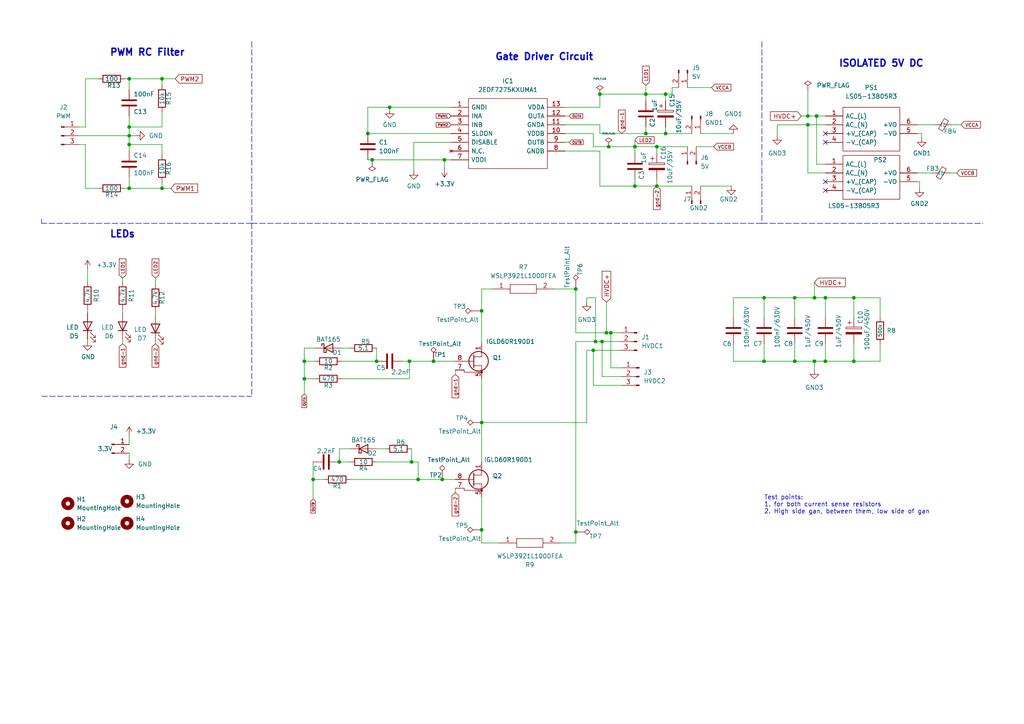
<source format=kicad_sch>
(kicad_sch (version 20211123) (generator eeschema)
  (paper "A4")
  (lib_symbols
    (symbol "2EDF7275KXUMA1:2EDF7275KXUMA1" (pin_names (offset 0.762))
      (property "Reference" "IC" (at 29.21 7.62 0))
      (property "Value" "2EDF7275KXUMA1" (at 29.21 5.08 0))
      (symbol "2EDF7275KXUMA1_0_0"
        (pin passive line (at 0 0 0) (length 5.08) (name "GNDI") (number "1"))
        (pin passive line (at 33.02 -7.62 180) (length 5.08) (name "VDDB") (number "10"))
        (pin passive line (at 33.02 -5.08 180) (length 5.08) (name "GNDA") (number "11"))
        (pin passive line (at 33.02 -2.54 180) (length 5.08) (name "OUTA") (number "12"))
        (pin passive line (at 33.02 0 180) (length 5.08) (name "VDDA") (number "13"))
        (pin passive line (at 0 -2.54 0) (length 5.08) (name "INA") (number "2"))
        (pin passive line (at 0 -5.08 0) (length 5.08) (name "INB") (number "3"))
        (pin passive line (at 0 -7.62 0) (length 5.08) (name "SLDON") (number "4"))
        (pin passive line (at 0 -10.16 0) (length 5.08) (name "DISABLE") (number "5"))
        (pin no_connect line (at 0 -12.7 0) (length 5.08) (name "N.C.") (number "6"))
        (pin passive line (at 0 -15.24 0) (length 5.08) (name "VDDI") (number "7"))
        (pin passive line (at 33.02 -12.7 180) (length 5.08) (name "GNDB") (number "8"))
        (pin passive line (at 33.02 -10.16 180) (length 5.08) (name "OUTB") (number "9"))
      )
      (symbol "2EDF7275KXUMA1_0_1"
        (polyline (pts (xy 5.08 2.54) (xy 27.94 2.54) (xy 27.94 -17.78) (xy 5.08 -17.78) (xy 5.08 2.54)) (stroke (width 0.1524)))
      )
    )
    (symbol "Connector:Conn_01x02_Male" (pin_names (offset 1.016) hide)
      (property "Reference" "J" (at 0 2.54 0))
      (property "Value" "Conn_01x02_Male" (at 0 -5.08 0))
      (symbol "Conn_01x02_Male_1_1"
        (polyline (pts (xy 1.27 -2.54) (xy 0.8636 -2.54)) (stroke (width 0.1524)))
        (polyline (pts (xy 1.27 0) (xy 0.8636 0)) (stroke (width 0.1524)))
        (rectangle (start 0.8636 -2.413) (end 0 -2.667) (stroke (width 0.1524)) (fill (type outline)))
        (rectangle (start 0.8636 0.127) (end 0 -0.127) (stroke (width 0.1524)) (fill (type outline)))
        (pin passive line (at 5.08 0 180) (length 3.81) (name "Pin_1") (number "1"))
        (pin passive line (at 5.08 -2.54 180) (length 3.81) (name "Pin_2") (number "2"))
      )
    )
    (symbol "Connector:Conn_01x03_Male" (pin_names (offset 1.016) hide)
      (property "Reference" "J" (at 0 5.08 0))
      (property "Value" "Conn_01x03_Male" (at 0 -5.08 0))
      (symbol "Conn_01x03_Male_1_1"
        (polyline (pts (xy 1.27 -2.54) (xy 0.8636 -2.54)) (stroke (width 0.1524)))
        (polyline (pts (xy 1.27 0) (xy 0.8636 0)) (stroke (width 0.1524)))
        (polyline (pts (xy 1.27 2.54) (xy 0.8636 2.54)) (stroke (width 0.1524)))
        (rectangle (start 0.8636 -2.413) (end 0 -2.667) (stroke (width 0.1524)) (fill (type outline)))
        (rectangle (start 0.8636 0.127) (end 0 -0.127) (stroke (width 0.1524)) (fill (type outline)))
        (rectangle (start 0.8636 2.667) (end 0 2.413) (stroke (width 0.1524)) (fill (type outline)))
        (pin passive line (at 5.08 2.54 180) (length 3.81) (name "Pin_1") (number "1"))
        (pin passive line (at 5.08 0 180) (length 3.81) (name "Pin_2") (number "2"))
        (pin passive line (at 5.08 -2.54 180) (length 3.81) (name "Pin_3") (number "3"))
      )
    )
    (symbol "Connector:TestPoint_Alt" (pin_numbers hide) (pin_names (offset 0.762) hide)
      (property "Reference" "TP" (at 0 6.858 0))
      (property "Value" "TestPoint_Alt" (at 0 5.08 0))
      (symbol "TestPoint_Alt_0_1"
        (polyline (pts (xy 0 2.54) (xy -0.762 3.302) (xy 0 4.064) (xy 0.762 3.302) (xy 0 2.54)))
      )
      (symbol "TestPoint_Alt_1_1"
        (pin passive line (at 0 0 90) (length 2.54) (name "1") (number "1"))
      )
    )
    (symbol "Device:C" (pin_numbers hide) (pin_names (offset 0.254))
      (property "Reference" "C" (at 0.635 2.54 0))
      (property "Value" "C" (at 0.635 -2.54 0))
      (symbol "C_0_1"
        (polyline (pts (xy -2.032 -0.762) (xy 2.032 -0.762)) (stroke (width 0.508)))
        (polyline (pts (xy -2.032 0.762) (xy 2.032 0.762)) (stroke (width 0.508)))
      )
      (symbol "C_1_1"
        (pin passive line (at 0 3.81 270) (length 2.794) (name "~") (number "1"))
        (pin passive line (at 0 -3.81 90) (length 2.794) (name "~") (number "2"))
      )
    )
    (symbol "Device:C_Polarized" (pin_numbers hide) (pin_names (offset 0.254))
      (property "Reference" "C" (at 0.635 2.54 0))
      (property "Value" "C_Polarized" (at 0.635 -2.54 0))
      (symbol "C_Polarized_0_1"
        (rectangle (start -2.286 0.508) (end 2.286 1.016))
        (polyline (pts (xy -1.778 2.286) (xy -0.762 2.286)))
        (polyline (pts (xy -1.27 2.794) (xy -1.27 1.778)))
        (rectangle (start 2.286 -0.508) (end -2.286 -1.016) (fill (type outline)))
      )
      (symbol "C_Polarized_1_1"
        (pin passive line (at 0 3.81 270) (length 2.794) (name "~") (number "1"))
        (pin passive line (at 0 -3.81 90) (length 2.794) (name "~") (number "2"))
      )
    )
    (symbol "Device:D_Schottky" (pin_numbers hide) (pin_names (offset 1.016) hide)
      (property "Reference" "D" (at 0 2.54 0))
      (property "Value" "D_Schottky" (at 0 -2.54 0))
      (symbol "D_Schottky_0_1"
        (polyline (pts (xy 1.27 0) (xy -1.27 0)))
        (polyline (pts (xy 1.27 1.27) (xy 1.27 -1.27) (xy -1.27 0) (xy 1.27 1.27)) (stroke (width 0.254)))
        (polyline (pts (xy -1.905 0.635) (xy -1.905 1.27) (xy -1.27 1.27) (xy -1.27 -1.27) (xy -0.635 -1.27) (xy -0.635 -0.635)) (stroke (width 0.254)))
      )
      (symbol "D_Schottky_1_1"
        (pin passive line (at -3.81 0 0) (length 2.54) (name "K") (number "1"))
        (pin passive line (at 3.81 0 180) (length 2.54) (name "A") (number "2"))
      )
    )
    (symbol "Device:FerriteBead_Small" (pin_numbers hide) (pin_names (offset 0))
      (property "Reference" "FB" (at 1.905 1.27 0))
      (property "Value" "FerriteBead_Small" (at 1.905 -1.27 0))
      (symbol "FerriteBead_Small_0_1"
        (polyline (pts (xy 0 -1.27) (xy 0 -0.7874)))
        (polyline (pts (xy 0 0.889) (xy 0 1.2954)))
        (polyline (pts (xy -1.8288 0.2794) (xy -1.1176 1.4986) (xy 1.8288 -0.2032) (xy 1.1176 -1.4224) (xy -1.8288 0.2794)))
      )
      (symbol "FerriteBead_Small_1_1"
        (pin passive line (at 0 2.54 270) (length 1.27) (name "~") (number "1"))
        (pin passive line (at 0 -2.54 90) (length 1.27) (name "~") (number "2"))
      )
    )
    (symbol "Device:LED" (pin_numbers hide) (pin_names (offset 1.016) hide)
      (property "Reference" "D" (at 0 2.54 0))
      (property "Value" "LED" (at 0 -2.54 0))
      (symbol "LED_0_1"
        (polyline (pts (xy -1.27 -1.27) (xy -1.27 1.27)) (stroke (width 0.254)))
        (polyline (pts (xy -1.27 0) (xy 1.27 0)))
        (polyline (pts (xy 1.27 -1.27) (xy 1.27 1.27) (xy -1.27 0) (xy 1.27 -1.27)) (stroke (width 0.254)))
        (polyline (pts (xy -3.048 -0.762) (xy -4.572 -2.286) (xy -3.81 -2.286) (xy -4.572 -2.286) (xy -4.572 -1.524)))
        (polyline (pts (xy -1.778 -0.762) (xy -3.302 -2.286) (xy -2.54 -2.286) (xy -3.302 -2.286) (xy -3.302 -1.524)))
      )
      (symbol "LED_1_1"
        (pin passive line (at -3.81 0 0) (length 2.54) (name "K") (number "1"))
        (pin passive line (at 3.81 0 180) (length 2.54) (name "A") (number "2"))
      )
    )
    (symbol "Device:R" (pin_numbers hide) (pin_names (offset 0))
      (property "Reference" "R" (at 2.032 0 90))
      (property "Value" "R" (at 0 0 90))
      (symbol "R_0_1"
        (rectangle (start -1.016 -2.54) (end 1.016 2.54) (stroke (width 0.254)))
      )
      (symbol "R_1_1"
        (pin passive line (at 0 3.81 270) (length 1.27) (name "~") (number "1"))
        (pin passive line (at 0 -3.81 90) (length 1.27) (name "~") (number "2"))
      )
    )
    (symbol "LS05-13B05R3_1" (pin_names (offset 0.762))
      (property "Reference" "PS" (at 24.13 7.62 0))
      (property "Value" "LS05-13B05R3_1" (at 24.13 5.08 0))
      (symbol "LS05-13B05R3_1_0_0"
        (pin passive line (at 0 0 0) (length 5.08) (name "AC_(L)") (number "1"))
        (pin passive line (at 0 -2.54 0) (length 5.08) (name "AC_(N)") (number "2"))
        (pin passive line (at 0 -5.08 0) (length 5.08) (name "+V_(CAP)") (number "3"))
        (pin passive line (at 0 -7.62 0) (length 5.08) (name "-V_(CAP)") (number "4"))
        (pin passive line (at 26.67 -5.08 180) (length 5.08) (name "-VO") (number "5"))
        (pin passive line (at 26.67 -2.54 180) (length 5.08) (name "+VO") (number "6"))
      )
      (symbol "LS05-13B05R3_1_0_1"
        (polyline (pts (xy 5.08 2.54) (xy 21.59 2.54) (xy 21.59 -10.16) (xy 5.08 -10.16) (xy 5.08 2.54)) (stroke (width 0.1524)))
      )
    )
    (symbol "Mechanical:MountingHole" (pin_names (offset 1.016))
      (property "Reference" "H" (at 0 5.08 0))
      (property "Value" "MountingHole" (at 0 3.175 0))
      (symbol "MountingHole_0_1"
        (circle (center 0 0) (radius 1.27) (stroke (width 1.27)))
      )
    )
    (symbol "Transistor_FET:IGLD60R190D1" (pin_names (offset 0) hide)
      (property "Reference" "Q" (at 5.08 1.905 0))
      (property "Value" "IGLD60R190D1" (at 5.08 0 0))
      (symbol "IGLD60R190D1_0_1"
        (polyline (pts (xy -2.54 0) (xy 0.254 0)))
        (polyline (pts (xy -2.54 -2.54) (xy -2.54 -3.175) (xy 2.54 -3.175)))
        (polyline (pts (xy 0.254 -1.27) (xy 2.54 -1.27) (xy 2.54 -2.54)))
        (polyline (pts (xy 0.254 1.905) (xy 0.254 -1.905) (xy 0.254 -1.905)) (stroke (width 0.254)))
        (polyline (pts (xy 2.54 2.54) (xy 2.54 1.27) (xy 0.254 1.27)))
        (circle (center 1.651 0) (radius 2.8194) (stroke (width 0.254)))
        (circle (center 2.54 -3.175) (radius 0.2794) (fill (type outline)))
      )
      (symbol "IGLD60R190D1_1_1"
        (pin passive line (at 2.54 5.08 270) (length 2.54) (name "D") (number "1"))
        (pin passive line (at 2.54 5.08 270) (length 2.54) hide (name "D") (number "2"))
        (pin passive line (at 2.54 5.08 270) (length 2.54) hide (name "D") (number "3"))
        (pin passive line (at 2.54 5.08 270) (length 2.54) hide (name "D") (number "4"))
        (pin passive line (at 2.54 -5.08 90) (length 2.54) (name "S") (number "5"))
        (pin passive line (at 2.54 -5.08 90) (length 2.54) hide (name "S") (number "6"))
        (pin passive line (at -5.08 -2.54 0) (length 2.54) (name "SS") (number "7"))
        (pin input line (at -5.08 0 0) (length 2.54) (name "G") (number "8"))
        (pin passive line (at 2.54 -5.08 90) (length 2.54) hide (name "S") (number "9"))
      )
    )
    (symbol "WSLP3921L1000FEA:WSLP3921L1000FEA" (pin_names (offset 0.762))
      (property "Reference" "R" (at 13.97 6.35 0))
      (property "Value" "WSLP3921L1000FEA" (at 13.97 3.81 0))
      (symbol "WSLP3921L1000FEA_0_0"
        (pin passive line (at 0 0 0) (length 5.08) (name "~") (number "1"))
        (pin passive line (at 17.78 0 180) (length 5.08) (name "~") (number "2"))
      )
      (symbol "WSLP3921L1000FEA_0_1"
        (polyline (pts (xy 5.08 1.27) (xy 12.7 1.27) (xy 12.7 -1.27) (xy 5.08 -1.27) (xy 5.08 1.27)) (stroke (width 0.1524)))
      )
    )
    (symbol "power:+3.3V" (power) (pin_names (offset 0))
      (property "Value" "+3.3V" (at 0 3.556 0))
      (symbol "+3.3V_0_1"
        (polyline (pts (xy -0.762 1.27) (xy 0 2.54)))
        (polyline (pts (xy 0 0) (xy 0 2.54)))
        (polyline (pts (xy 0 2.54) (xy 0.762 1.27)))
      )
      (symbol "+3.3V_1_1"
        (pin power_in line (at 0 0 90) (length 0) hide (name "+3.3V") (number "1"))
      )
    )
    (symbol "power:GND" (power) (pin_names (offset 0))
      (property "Value" "GND" (at 0 -3.81 0))
      (symbol "GND_0_1"
        (polyline (pts (xy 0 0) (xy 0 -1.27) (xy 1.27 -1.27) (xy 0 -2.54) (xy -1.27 -1.27) (xy 0 -1.27)))
      )
      (symbol "GND_1_1"
        (pin power_in line (at 0 0 270) (length 0) hide (name "GND") (number "1"))
      )
    )
    (symbol "power:GND1" (power) (pin_names (offset 0))
      (property "Value" "GND1" (at 0 -3.81 0))
      (symbol "GND1_0_1"
        (polyline (pts (xy 0 0) (xy 0 -1.27) (xy 1.27 -1.27) (xy 0 -2.54) (xy -1.27 -1.27) (xy 0 -1.27)))
      )
      (symbol "GND1_1_1"
        (pin power_in line (at 0 0 270) (length 0) hide (name "GND1") (number "1"))
      )
    )
    (symbol "power:GND2" (power) (pin_names (offset 0))
      (property "Value" "GND2" (at 0 -3.81 0))
      (symbol "GND2_0_1"
        (polyline (pts (xy 0 0) (xy 0 -1.27) (xy 1.27 -1.27) (xy 0 -2.54) (xy -1.27 -1.27) (xy 0 -1.27)))
      )
      (symbol "GND2_1_1"
        (pin power_in line (at 0 0 270) (length 0) hide (name "GND2") (number "1"))
      )
    )
    (symbol "power:GND3" (power) (pin_names (offset 0))
      (property "Value" "GND3" (at 0 -3.81 0))
      (symbol "GND3_0_1"
        (polyline (pts (xy 0 0) (xy 0 -1.27) (xy 1.27 -1.27) (xy 0 -2.54) (xy -1.27 -1.27) (xy 0 -1.27)))
      )
      (symbol "GND3_1_1"
        (pin power_in line (at 0 0 270) (length 0) hide (name "GND3") (number "1"))
      )
    )
    (symbol "power:PWR_FLAG" (power) (pin_numbers hide) (pin_names (offset 0) hide)
      (property "Value" "PWR_FLAG" (at 0 3.81 0))
      (symbol "PWR_FLAG_0_0"
        (pin power_out line (at 0 0 90) (length 0) (name "pwr") (number "1"))
      )
      (symbol "PWR_FLAG_0_1"
        (polyline (pts (xy 0 0) (xy 0 1.27) (xy -1.016 1.905) (xy 0 2.54) (xy 1.016 1.905) (xy 0 1.27)))
      )
    )
  )
  (junction (at 193.04 27.305))
  (junction (at 247.65 104.775))
  (junction (at 37.465 54.61))
  (junction (at 109.22 104.775))
  (junction (at 177.165 96.52))
  (junction (at 107.95 46.355))
  (junction (at 230.505 104.775))
  (junction (at 187.325 27.305))
  (junction (at 236.22 86.36))
  (junction (at 128.905 46.355))
  (junction (at 119.38 133.985))
  (junction (at 106.68 38.735))
  (junction (at 230.505 86.36))
  (junction (at 190.5 53.975))
  (junction (at 172.72 99.06))
  (junction (at 88.265 104.775))
  (junction (at 37.465 41.91))
  (junction (at 184.15 42.545))
  (junction (at 236.22 104.775))
  (junction (at 184.15 53.975))
  (junction (at 46.99 22.86))
  (junction (at 175.895 96.52))
  (junction (at 234.315 36.195))
  (junction (at 139.7 122.555))
  (junction (at 113.03 31.115))
  (junction (at 90.805 139.065))
  (junction (at 46.99 54.61))
  (junction (at 98.425 133.985))
  (junction (at 37.465 36.83))
  (junction (at 239.395 86.36))
  (junction (at 167.005 83.82))
  (junction (at 128.27 139.065))
  (junction (at 173.99 27.305))
  (junction (at 193.04 38.735))
  (junction (at 234.315 33.655))
  (junction (at 118.745 104.775))
  (junction (at 239.395 104.775))
  (junction (at 172.085 101.6))
  (junction (at 37.465 39.37))
  (junction (at 37.465 22.86))
  (junction (at 174.625 99.06))
  (junction (at 139.7 90.17))
  (junction (at 139.7 153.67))
  (junction (at 236.855 33.655))
  (junction (at 88.265 109.855))
  (junction (at 121.285 139.065))
  (junction (at 190.5 42.545))
  (junction (at 125.73 104.775))
  (junction (at 167.005 154.305))
  (junction (at 247.65 86.36))
  (junction (at 221.615 104.775))
  (junction (at 221.615 86.36))
  (junction (at 176.53 42.545))
  (junction (at 187.325 38.735))
  (no_connect (at 239.395 55.245))
  (no_connect (at 239.395 52.705))
  (no_connect (at 239.395 41.275))
  (no_connect (at 239.395 38.735))
  (wire (pts (xy 98.425 130.175) (xy 101.6 130.175)))
  (wire (pts (xy 24.765 54.61) (xy 24.765 41.91)))
  (wire (pts (xy 173.99 43.815) (xy 163.83 43.815)))
  (wire (pts (xy 172.085 101.6) (xy 179.705 101.6)))
  (polyline (pts (xy 12.065 114.935) (xy 73.025 114.935)))
  (wire (pts (xy 107.95 46.355) (xy 107.95 46.99)))
  (wire (pts (xy 45.085 90.17) (xy 45.085 91.44)))
  (wire (pts (xy 106.68 38.735) (xy 130.81 38.735)))
  (wire (pts (xy 193.04 36.83) (xy 193.04 38.735)))
  (wire (pts (xy 187.325 29.21) (xy 187.325 27.305)))
  (wire (pts (xy 190.5 42.545) (xy 199.39 42.545)))
  (wire (pts (xy 99.06 104.775) (xy 109.22 104.775)))
  (wire (pts (xy 139.7 109.855) (xy 139.7 122.555)))
  (wire (pts (xy 180.34 106.68) (xy 177.165 106.68)))
  (wire (pts (xy 113.03 31.75) (xy 113.03 31.115)))
  (wire (pts (xy 239.395 50.165) (xy 234.315 50.165)))
  (polyline (pts (xy 220.98 64.77) (xy 285.115 64.77)))
  (wire (pts (xy 236.22 104.775) (xy 236.22 107.315)))
  (wire (pts (xy 163.83 41.275) (xy 165.1 41.275)))
  (wire (pts (xy 239.395 86.36) (xy 236.22 86.36)))
  (wire (pts (xy 24.765 22.86) (xy 28.575 22.86)))
  (wire (pts (xy 266.065 36.195) (xy 271.145 36.195)))
  (wire (pts (xy 173.99 38.735) (xy 173.99 36.195)))
  (wire (pts (xy 132.08 142.875) (xy 132.08 141.605)))
  (wire (pts (xy 177.165 106.68) (xy 177.165 96.52)))
  (polyline (pts (xy 220.98 12.065) (xy 220.98 64.77)))
  (wire (pts (xy 212.725 92.075) (xy 212.725 86.36)))
  (wire (pts (xy 236.855 47.625) (xy 236.855 33.655)))
  (wire (pts (xy 175.895 87.63) (xy 175.895 96.52)))
  (wire (pts (xy 184.15 42.545) (xy 190.5 42.545)))
  (wire (pts (xy 221.615 86.36) (xy 221.615 92.075)))
  (wire (pts (xy 193.04 27.305) (xy 194.945 27.305)))
  (wire (pts (xy 120.015 41.275) (xy 120.015 49.53)))
  (wire (pts (xy 173.99 31.115) (xy 173.99 27.305)))
  (wire (pts (xy 128.27 139.065) (xy 132.08 139.065)))
  (wire (pts (xy 276.225 36.195) (xy 278.765 36.195)))
  (wire (pts (xy 175.895 96.52) (xy 177.165 96.52)))
  (wire (pts (xy 37.465 41.91) (xy 37.465 43.815)))
  (wire (pts (xy 172.085 38.735) (xy 163.83 38.735)))
  (wire (pts (xy 193.04 38.735) (xy 200.66 38.735)))
  (wire (pts (xy 163.83 33.655) (xy 165.1 33.655)))
  (wire (pts (xy 230.505 86.36) (xy 230.505 92.075)))
  (wire (pts (xy 187.325 24.765) (xy 187.325 27.305)))
  (wire (pts (xy 212.725 104.775) (xy 212.725 99.695)))
  (wire (pts (xy 106.68 31.115) (xy 113.03 31.115)))
  (wire (pts (xy 170.18 122.555) (xy 170.18 101.6)))
  (wire (pts (xy 173.99 43.815) (xy 173.99 53.975)))
  (wire (pts (xy 176.53 42.545) (xy 184.15 42.545)))
  (wire (pts (xy 221.615 104.775) (xy 212.725 104.775)))
  (wire (pts (xy 46.99 24.765) (xy 46.99 22.86)))
  (wire (pts (xy 24.765 36.83) (xy 24.765 22.86)))
  (wire (pts (xy 113.03 31.115) (xy 130.81 31.115)))
  (wire (pts (xy 234.315 33.655) (xy 236.855 33.655)))
  (wire (pts (xy 37.465 22.86) (xy 37.465 26.035)))
  (wire (pts (xy 109.22 133.985) (xy 119.38 133.985)))
  (wire (pts (xy 203.2 53.975) (xy 212.09 53.975)))
  (wire (pts (xy 247.65 99.695) (xy 247.65 104.775)))
  (wire (pts (xy 35.56 80.645) (xy 35.56 81.915)))
  (wire (pts (xy 172.085 42.545) (xy 176.53 42.545)))
  (wire (pts (xy 90.805 139.065) (xy 90.805 133.985)))
  (wire (pts (xy 121.285 139.065) (xy 128.27 139.065)))
  (wire (pts (xy 221.615 99.695) (xy 221.615 104.775)))
  (polyline (pts (xy 73.025 64.77) (xy 73.025 114.935)))
  (wire (pts (xy 173.99 38.735) (xy 187.325 38.735)))
  (wire (pts (xy 101.6 133.985) (xy 98.425 133.985)))
  (wire (pts (xy 172.085 111.76) (xy 172.085 101.6)))
  (wire (pts (xy 247.65 86.36) (xy 239.395 86.36)))
  (wire (pts (xy 255.27 86.36) (xy 247.65 86.36)))
  (wire (pts (xy 93.98 139.065) (xy 90.805 139.065)))
  (wire (pts (xy 234.315 36.195) (xy 239.395 36.195)))
  (wire (pts (xy 170.18 86.36) (xy 170.18 87.63)))
  (wire (pts (xy 116.84 104.775) (xy 118.745 104.775)))
  (wire (pts (xy 46.99 45.085) (xy 46.99 41.91)))
  (wire (pts (xy 88.265 114.3) (xy 88.265 109.855)))
  (wire (pts (xy 139.7 122.555) (xy 139.7 133.985)))
  (wire (pts (xy 184.15 52.07) (xy 184.15 53.975)))
  (wire (pts (xy 173.99 27.305) (xy 187.325 27.305)))
  (wire (pts (xy 230.505 99.695) (xy 230.505 104.775)))
  (wire (pts (xy 266.7 52.705) (xy 266.7 54.61)))
  (wire (pts (xy 234.315 26.035) (xy 234.315 33.655)))
  (wire (pts (xy 167.005 83.82) (xy 167.005 96.52)))
  (wire (pts (xy 22.86 36.83) (xy 24.765 36.83)))
  (wire (pts (xy 35.56 99.695) (xy 35.56 98.425)))
  (polyline (pts (xy 220.98 64.77) (xy 73.025 64.77)))
  (wire (pts (xy 37.465 33.655) (xy 37.465 36.83)))
  (wire (pts (xy 22.86 41.91) (xy 24.765 41.91)))
  (wire (pts (xy 139.7 90.17) (xy 139.7 99.695)))
  (wire (pts (xy 247.65 104.775) (xy 255.27 104.775)))
  (wire (pts (xy 99.06 100.965) (xy 101.6 100.965)))
  (wire (pts (xy 118.745 104.775) (xy 125.73 104.775)))
  (wire (pts (xy 203.2 38.735) (xy 212.725 38.735)))
  (wire (pts (xy 128.905 46.355) (xy 128.905 48.895)))
  (wire (pts (xy 172.085 42.545) (xy 172.085 38.735)))
  (wire (pts (xy 25.4 78.105) (xy 25.4 81.915)))
  (wire (pts (xy 190.5 52.07) (xy 190.5 53.975)))
  (wire (pts (xy 36.195 54.61) (xy 37.465 54.61)))
  (wire (pts (xy 46.99 54.61) (xy 37.465 54.61)))
  (wire (pts (xy 91.44 104.775) (xy 88.265 104.775)))
  (wire (pts (xy 266.065 38.735) (xy 267.335 38.735)))
  (wire (pts (xy 173.99 53.975) (xy 184.15 53.975)))
  (wire (pts (xy 46.99 32.385) (xy 46.99 36.83)))
  (wire (pts (xy 184.15 53.975) (xy 190.5 53.975)))
  (wire (pts (xy 160.655 83.82) (xy 167.005 83.82)))
  (wire (pts (xy 46.99 22.86) (xy 37.465 22.86)))
  (wire (pts (xy 139.7 122.555) (xy 170.18 122.555)))
  (wire (pts (xy 22.86 39.37) (xy 37.465 39.37)))
  (wire (pts (xy 37.465 54.61) (xy 37.465 51.435)))
  (wire (pts (xy 90.805 144.78) (xy 90.805 139.065)))
  (wire (pts (xy 106.68 46.355) (xy 107.95 46.355)))
  (wire (pts (xy 232.41 33.655) (xy 234.315 33.655)))
  (wire (pts (xy 172.72 86.36) (xy 172.72 99.06)))
  (wire (pts (xy 128.905 46.355) (xy 130.81 46.355)))
  (wire (pts (xy 199.39 25.4) (xy 206.375 25.4)))
  (wire (pts (xy 109.22 104.775) (xy 109.22 100.965)))
  (wire (pts (xy 139.7 144.145) (xy 139.7 153.67)))
  (polyline (pts (xy 73.025 64.77) (xy 12.065 64.77)))
  (wire (pts (xy 255.27 99.695) (xy 255.27 104.775)))
  (wire (pts (xy 37.465 126.365) (xy 37.465 128.905)))
  (wire (pts (xy 37.465 36.83) (xy 37.465 39.37)))
  (wire (pts (xy 230.505 104.775) (xy 221.615 104.775)))
  (wire (pts (xy 46.99 54.61) (xy 49.53 54.61)))
  (wire (pts (xy 46.99 22.86) (xy 50.8 22.86)))
  (wire (pts (xy 167.005 96.52) (xy 175.895 96.52)))
  (wire (pts (xy 45.085 99.695) (xy 45.085 99.06)))
  (wire (pts (xy 46.99 36.83) (xy 37.465 36.83)))
  (wire (pts (xy 167.005 99.06) (xy 172.72 99.06)))
  (wire (pts (xy 25.4 89.535) (xy 25.4 90.805)))
  (wire (pts (xy 37.465 39.37) (xy 39.37 39.37)))
  (wire (pts (xy 190.5 44.45) (xy 190.5 42.545)))
  (wire (pts (xy 193.04 29.21) (xy 193.04 27.305)))
  (wire (pts (xy 99.06 109.855) (xy 118.745 109.855)))
  (wire (pts (xy 225.425 36.195) (xy 225.425 39.37)))
  (wire (pts (xy 106.68 31.115) (xy 106.68 38.735)))
  (wire (pts (xy 139.7 157.48) (xy 144.78 157.48)))
  (wire (pts (xy 167.005 99.06) (xy 167.005 154.305)))
  (wire (pts (xy 88.265 109.855) (xy 88.265 104.775)))
  (wire (pts (xy 236.22 104.775) (xy 239.395 104.775)))
  (wire (pts (xy 194.945 25.4) (xy 196.85 25.4)))
  (wire (pts (xy 46.99 41.91) (xy 37.465 41.91)))
  (wire (pts (xy 239.395 99.695) (xy 239.395 104.775)))
  (wire (pts (xy 132.08 108.585) (xy 132.08 107.315)))
  (wire (pts (xy 119.38 133.985) (xy 119.38 130.175)))
  (wire (pts (xy 125.73 104.775) (xy 132.08 104.775)))
  (wire (pts (xy 91.44 109.855) (xy 88.265 109.855)))
  (wire (pts (xy 184.15 42.545) (xy 184.15 44.45)))
  (wire (pts (xy 121.285 139.065) (xy 121.285 133.985)))
  (wire (pts (xy 194.945 25.4) (xy 194.945 27.305)))
  (wire (pts (xy 28.575 54.61) (xy 24.765 54.61)))
  (wire (pts (xy 190.5 53.975) (xy 200.66 53.975)))
  (wire (pts (xy 255.27 92.075) (xy 255.27 86.36)))
  (wire (pts (xy 247.65 86.36) (xy 247.65 92.075)))
  (wire (pts (xy 239.395 47.625) (xy 236.855 47.625)))
  (wire (pts (xy 46.99 52.705) (xy 46.99 54.61)))
  (wire (pts (xy 98.425 133.985) (xy 98.425 130.175)))
  (wire (pts (xy 173.99 36.195) (xy 163.83 36.195)))
  (wire (pts (xy 177.165 96.52) (xy 179.705 96.52)))
  (wire (pts (xy 239.395 86.36) (xy 239.395 92.075)))
  (wire (pts (xy 139.7 153.67) (xy 139.7 157.48)))
  (wire (pts (xy 37.465 41.91) (xy 37.465 39.37)))
  (wire (pts (xy 236.22 81.915) (xy 236.22 86.36)))
  (wire (pts (xy 139.065 90.17) (xy 139.7 90.17)))
  (wire (pts (xy 172.72 99.06) (xy 174.625 99.06)))
  (wire (pts (xy 180.34 109.22) (xy 174.625 109.22)))
  (wire (pts (xy 266.065 52.705) (xy 266.7 52.705)))
  (wire (pts (xy 236.22 86.36) (xy 230.505 86.36)))
  (wire (pts (xy 225.425 36.195) (xy 234.315 36.195)))
  (wire (pts (xy 25.4 99.06) (xy 25.4 98.425)))
  (wire (pts (xy 35.56 89.535) (xy 35.56 90.805)))
  (wire (pts (xy 139.7 83.82) (xy 139.7 90.17)))
  (wire (pts (xy 212.725 86.36) (xy 221.615 86.36)))
  (wire (pts (xy 236.855 33.655) (xy 239.395 33.655)))
  (wire (pts (xy 36.195 22.86) (xy 37.465 22.86)))
  (wire (pts (xy 88.265 100.965) (xy 91.44 100.965)))
  (wire (pts (xy 187.325 27.305) (xy 193.04 27.305)))
  (wire (pts (xy 121.285 133.985) (xy 119.38 133.985)))
  (wire (pts (xy 230.505 104.775) (xy 236.22 104.775)))
  (wire (pts (xy 172.72 86.36) (xy 170.18 86.36)))
  (wire (pts (xy 174.625 99.06) (xy 179.705 99.06)))
  (polyline (pts (xy 12.065 63.5) (xy 12.065 64.77)))
  (wire (pts (xy 120.015 41.275) (xy 130.81 41.275)))
  (wire (pts (xy 118.745 109.855) (xy 118.745 104.775)))
  (wire (pts (xy 180.34 111.76) (xy 172.085 111.76)))
  (wire (pts (xy 109.22 130.175) (xy 111.76 130.175)))
  (wire (pts (xy 267.335 38.735) (xy 267.335 40.005)))
  (wire (pts (xy 275.59 50.165) (xy 277.495 50.165)))
  (wire (pts (xy 207.01 42.545) (xy 201.93 42.545)))
  (wire (pts (xy 187.325 36.83) (xy 187.325 38.735)))
  (wire (pts (xy 174.625 109.22) (xy 174.625 99.06)))
  (wire (pts (xy 187.325 38.735) (xy 193.04 38.735)))
  (wire (pts (xy 107.95 46.355) (xy 128.905 46.355)))
  (wire (pts (xy 162.56 157.48) (xy 167.005 157.48)))
  (wire (pts (xy 266.065 50.165) (xy 270.51 50.165)))
  (wire (pts (xy 184.15 40.64) (xy 184.15 42.545)))
  (polyline (pts (xy 73.025 12.065) (xy 73.025 64.77)))
  (wire (pts (xy 234.315 50.165) (xy 234.315 36.195)))
  (wire (pts (xy 101.6 139.065) (xy 121.285 139.065)))
  (wire (pts (xy 37.465 133.35) (xy 37.465 131.445)))
  (wire (pts (xy 239.395 104.775) (xy 247.65 104.775)))
  (wire (pts (xy 230.505 86.36) (xy 221.615 86.36)))
  (wire (pts (xy 88.265 104.775) (xy 88.265 100.965)))
  (wire (pts (xy 139.7 83.82) (xy 142.875 83.82)))
  (wire (pts (xy 163.83 31.115) (xy 173.99 31.115)))
  (wire (pts (xy 170.18 101.6) (xy 172.085 101.6)))
  (wire (pts (xy 167.005 154.305) (xy 167.005 157.48)))
  (wire (pts (xy 45.085 80.645) (xy 45.085 82.55)))
  (text "Test points: \n1. for both current sense resistors\n2. High side gan, between them, low side of gan\n" (at 221.615 149.225 0) (effects (font (size 1.27 1.27)) (justify left bottom)))
  (text "LEDs" (at 31.75 69.215 0) (effects (font (size 2 2) (thickness 0.4) bold) (justify left bottom)))
  (text "ISOLATED 5V DC" (at 243.205 19.685 0) (effects (font (size 2 2) (thickness 0.4) bold) (justify left bottom)))
  (text "PWM RC Filter" (at 31.75 16.51 0) (effects (font (size 2 2) (thickness 0.4) bold) (justify left bottom)))
  (text "Gate Driver Circuit" (at 143.51 17.78 0) (effects (font (size 2 2) (thickness 0.4) bold) (justify left bottom)))
  (global_label "VCCA" (shape input) (at 278.765 36.195 0) (effects (font (size 1 1))) (property "Intersheet References" "${INTERSHEET_REFS}" (effects hide)))
  (global_label "HVDC+" (shape input) (at 175.895 87.63 90) (property "Intersheet References" "${INTERSHEET_REFS}" (effects hide)))
  (global_label "LED1" (shape input) (at 187.325 24.765 90) (effects (font (size 1 1))) (property "Intersheet References" "${INTERSHEET_REFS}" (effects hide)))
  (global_label "VCCB" (shape input) (at 277.495 50.165 0) (effects (font (size 1 1))) (property "Intersheet References" "${INTERSHEET_REFS}" (effects hide)))
  (global_label "PWM1" (shape input) (at 49.53 54.61 0) (property "Intersheet References" "${INTERSHEET_REFS}" (effects hide)))
  (global_label "PWM2" (shape input) (at 50.8 22.86 0) (property "Intersheet References" "${INTERSHEET_REFS}" (effects hide)))
  (global_label "PWM2" (shape input) (at 130.81 36.195 180) (effects (font (size 0.7 0.7))) (property "Intersheet References" "${INTERSHEET_REFS}" (effects hide)))
  (global_label "gnd-1" (shape input) (at 180.34 38.735 90) (effects (font (size 1 1))) (property "Intersheet References" "${INTERSHEET_REFS}" (effects hide)))
  (global_label "OUTB" (shape input) (at 165.1 41.275 0) (effects (font (size 0.7 0.7))) (property "Intersheet References" "${INTERSHEET_REFS}" (effects hide)))
  (global_label "gnd-2" (shape input) (at 45.085 99.695 270) (effects (font (size 1 1))) (property "Intersheet References" "${INTERSHEET_REFS}" (effects hide)))
  (global_label "VCCA" (shape input) (at 206.375 25.4 0) (effects (font (size 1 1))) (property "Intersheet References" "${INTERSHEET_REFS}" (effects hide)))
  (global_label "LED2" (shape input) (at 184.15 40.64 0) (effects (font (size 1 1))) (property "Intersheet References" "${INTERSHEET_REFS}" (effects hide)))
  (global_label "LED2" (shape input) (at 45.085 80.645 90) (effects (font (size 1 1))) (property "Intersheet References" "${INTERSHEET_REFS}" (effects hide)))
  (global_label "OUTA" (shape input) (at 88.265 114.3 270) (effects (font (size 0.7 0.7))) (property "Intersheet References" "${INTERSHEET_REFS}" (effects hide)))
  (global_label "gnd-2" (shape input) (at 190.5 53.975 270) (effects (font (size 1 1))) (property "Intersheet References" "${INTERSHEET_REFS}" (effects hide)))
  (global_label "OUTB" (shape input) (at 90.805 144.78 270) (effects (font (size 0.7 0.7))) (property "Intersheet References" "${INTERSHEET_REFS}" (effects hide)))
  (global_label "LED1" (shape input) (at 35.56 80.645 90) (effects (font (size 1 1))) (property "Intersheet References" "${INTERSHEET_REFS}" (effects hide)))
  (global_label "HVDC+" (shape input) (at 232.41 33.655 180) (property "Intersheet References" "${INTERSHEET_REFS}" (effects hide)))
  (global_label "OUTA" (shape input) (at 165.1 33.655 0) (effects (font (size 0.7 0.7))) (property "Intersheet References" "${INTERSHEET_REFS}" (effects hide)))
  (global_label "gnd-2" (shape input) (at 132.08 142.875 270) (effects (font (size 1 1))) (property "Intersheet References" "${INTERSHEET_REFS}" (effects hide)))
  (global_label "gnd-1" (shape input) (at 132.08 108.585 270) (effects (font (size 1 1))) (property "Intersheet References" "${INTERSHEET_REFS}" (effects hide)))
  (global_label "VCCB" (shape input) (at 207.01 42.545 0) (effects (font (size 1 1))) (property "Intersheet References" "${INTERSHEET_REFS}" (effects hide)))
  (global_label "HVDC+" (shape input) (at 236.22 81.915 0) (property "Intersheet References" "${INTERSHEET_REFS}" (effects hide)))
  (global_label "PWM1" (shape input) (at 130.81 33.655 180) (effects (font (size 0.7 0.7))) (property "Intersheet References" "${INTERSHEET_REFS}" (effects hide)))
  (global_label "gnd-1" (shape input) (at 35.56 99.695 270) (effects (font (size 1 1))) (property "Intersheet References" "${INTERSHEET_REFS}" (effects hide)))
  (symbol (lib_id "Connector:Conn_01x03_Male") (at 185.42 109.22 0) (mirror y) (unit 1)
    (property "Reference" "J3" (at 186.69 107.9499 0) (effects (justify right)))
    (property "Value" "HVDC2" (at 186.69 110.4899 0) (effects (justify right)))
    (property "Footprint" "Connector_Molex:Molex_KK-396_A-41791-0003_1x03_P3.96mm_Vertical" (effects hide))
  )
  (symbol (lib_id "power:GND2") (at 266.7 54.61 0) (unit 1)
    (property "Reference" "#PWR05" (effects hide))
    (property "Value" "GND2" (at 266.7 59.055 0))
  )
  (symbol (lib_id "Device:R") (at 95.25 109.855 90) (unit 1)
    (property "Reference" "R3" (at 95.25 111.76 90))
    (property "Value" "470" (at 95.25 109.855 90))
    (property "Footprint" "Resistor_SMD:R_0805_2012Metric" (effects hide))
  )
  (symbol (lib_id "power:PWR_FLAG") (at 173.99 27.305 0) (unit 1)
    (property "Reference" "#FLG0102" (effects hide))
    (property "Value" "PWR_FLAG" (at 173.99 22.86 0) (effects (font (size 0.5 0.5))))
  )
  (symbol (lib_id "Connector:Conn_01x02_Male") (at 199.39 20.32 270) (unit 1)
    (property "Reference" "J5" (at 200.66 19.6849 90) (effects (justify left)))
    (property "Value" "5V" (at 200.66 22.2249 90) (effects (justify left)))
    (property "Footprint" "Connector_PinHeader_2.54mm:PinHeader_1x02_P2.54mm_Vertical" (effects hide))
  )
  (symbol (lib_id "power:PWR_FLAG") (at 107.95 46.99 180) (unit 1)
    (property "Reference" "#FLG01" (effects hide))
    (property "Value" "PWR_FLAG" (at 107.95 52.07 0))
  )
  (symbol (lib_id "Device:R") (at 45.085 86.36 180) (unit 1)
    (property "Reference" "R12" (at 46.99 86.36 90))
    (property "Value" "4.7k" (at 45.085 86.36 90))
    (property "Footprint" "Resistor_SMD:R_0805_2012Metric" (effects hide))
  )
  (symbol (lib_id "Device:R") (at 97.79 139.065 90) (unit 1)
    (property "Reference" "R1" (at 97.79 140.97 90))
    (property "Value" "470" (at 97.79 139.065 90))
    (property "Footprint" "Resistor_SMD:R_0805_2012Metric" (effects hide))
  )
  (symbol (lib_id "power:GND") (at 120.015 49.53 0) (unit 1)
    (property "Reference" "#PWR0101" (effects hide))
    (property "Value" "GND" (at 120.015 53.975 0))
  )
  (symbol (lib_id "power:GND") (at 37.465 133.35 0) (unit 1)
    (property "Reference" "#PWR08" (effects hide))
    (property "Value" "GND" (at 40.005 134.6199 0) (effects (justify left)))
  )
  (symbol (lib_id "Device:C") (at 230.505 95.885 0) (unit 1)
    (property "Reference" "C8" (at 227.33 99.695 0) (effects (justify left)))
    (property "Value" "1uF/450V" (at 234.315 100.965 90) (effects (justify left)))
    (property "Footprint" "CGA9P4X7T2W105K250KA:CAPC5750X280N" (effects hide))
  )
  (symbol (lib_id "Device:C_Polarized") (at 247.65 95.885 0) (unit 1)
    (property "Reference" "C10" (at 249.555 93.98 90) (effects (justify left)))
    (property "Value" "100uF/450V" (at 251.46 101.6 90) (effects (justify left)))
    (property "Footprint" "Capacitor_THT:CP_Radial_D18.0mm_P7.50mm" (effects hide))
  )
  (symbol (lib_id "Connector:Conn_01x02_Male") (at 199.39 47.625 90) (unit 1)
    (property "Reference" "J6" (at 203.2 45.7199 90) (effects (justify right)))
    (property "Value" "5V" (at 203.2 48.2599 90) (effects (justify right)))
    (property "Footprint" "Connector_PinHeader_2.54mm:PinHeader_1x02_P2.54mm_Vertical" (effects hide))
  )
  (symbol (lib_id "Device:C") (at 239.395 95.885 0) (unit 1)
    (property "Reference" "C9" (at 236.22 99.695 0) (effects (justify left)))
    (property "Value" "1uF/450V" (at 243.205 100.965 90) (effects (justify left)))
    (property "Footprint" "CGA9P4X7T2W105K250KA:CAPC5750X280N" (effects hide))
  )
  (symbol (lib_id "Connector:TestPoint_Alt") (at 139.7 153.67 90) (unit 1)
    (property "Reference" "TP5" (at 133.985 152.4 90))
    (property "Value" "TestPoint_Alt" (at 133.35 156.21 90))
    (property "Footprint" "TestPoint:TestPoint_THTPad_1.5x1.5mm_Drill0.7mm" (effects hide))
  )
  (symbol (lib_id "Device:R") (at 35.56 85.725 180) (unit 1)
    (property "Reference" "R11" (at 38.1 85.725 90))
    (property "Value" "4.7k" (at 35.56 85.725 90))
    (property "Footprint" "Resistor_SMD:R_0805_2012Metric" (effects hide))
  )
  (symbol (lib_id "Device:LED") (at 35.56 94.615 90) (unit 1)
    (property "Reference" "D6" (at 33.02 97.4726 90) (effects (justify left)))
    (property "Value" "LED" (at 33.02 94.9326 90) (effects (justify left)))
    (property "Footprint" "LED_SMD:LED_0805_2012Metric" (effects hide))
  )
  (symbol (lib_id "Device:C") (at 187.325 33.02 180) (unit 1)
    (property "Reference" "C2" (at 189.23 35.56 90))
    (property "Value" "1uF" (at 189.865 30.48 90))
    (property "Footprint" "Capacitor_SMD:C_0805_2012Metric" (effects hide))
  )
  (symbol (lib_id "power:+3.3V") (at 25.4 78.105 0) (unit 1)
    (property "Reference" "#PWR0108" (effects hide))
    (property "Value" "+3.3V" (at 27.94 76.8349 0) (effects (justify left)))
  )
  (symbol (lib_id "Device:FerriteBead_Small") (at 273.05 50.165 90) (unit 1)
    (property "Reference" "FB3" (at 270.51 48.895 90))
    (property "Value" "fb" (at 273.05 50.165 90))
    (property "Footprint" "Resistor_SMD:R_0805_2012Metric" (effects hide))
  )
  (symbol (lib_id "Connector:Conn_01x03_Male") (at 17.78 39.37 0) (unit 1)
    (property "Reference" "J2" (at 18.415 31.115 0))
    (property "Value" "PWM" (at 18.415 33.655 0))
    (property "Footprint" "Connector_Molex:Molex_KK-254_AE-6410-03A_1x03_P2.54mm_Vertical" (effects hide))
  )
  (symbol (lib_id "Device:C") (at 113.03 104.775 90) (unit 1)
    (property "Reference" "C5" (at 110.49 106.68 90))
    (property "Value" "2.2nF" (at 116.205 107.95 90))
    (property "Footprint" "Capacitor_SMD:C_0805_2012Metric" (effects hide))
  )
  (symbol (lib_id "Connector:Conn_01x02_Male") (at 203.2 33.655 270) (unit 1)
    (property "Reference" "J8" (at 204.47 33.0199 90) (effects (justify left)))
    (property "Value" "GND1" (at 204.47 35.5599 90) (effects (justify left)))
    (property "Footprint" "Connector_PinHeader_2.54mm:PinHeader_1x02_P2.54mm_Vertical" (effects hide))
  )
  (symbol (lib_id "Device:R") (at 255.27 95.885 0) (unit 1)
    (property "Reference" "R8" (at 257.175 95.885 0) (effects (justify left)))
    (property "Value" "500k" (at 255.27 97.79 90) (effects (font (size 1 1)) (justify left)))
    (property "Footprint" "Resistor_SMD:R_0805_2012Metric" (effects hide))
  )
  (symbol (lib_id "power:GND1") (at 267.335 40.005 0) (unit 1)
    (property "Reference" "#PWR04" (effects hide))
    (property "Value" "GND1" (at 264.795 44.45 0) (effects (justify left)))
  )
  (symbol (lib_id "power:GND3") (at 225.425 39.37 0) (unit 1)
    (property "Reference" "#PWR0103" (effects hide))
    (property "Value" "GND3" (at 225.425 44.45 0))
  )
  (symbol (lib_id "Device:C") (at 94.615 133.985 90) (unit 1)
    (property "Reference" "C4" (at 92.075 135.89 90))
    (property "Value" "2.2nF" (at 94.615 130.81 90))
    (property "Footprint" "Capacitor_SMD:C_0805_2012Metric" (effects hide))
  )
  (symbol (lib_id "Device:C") (at 37.465 29.845 0) (mirror x) (unit 1)
    (property "Reference" "C13" (at 38.735 32.385 0) (effects (justify left)))
    (property "Value" "100nF" (at 38.735 27.305 0) (effects (justify left)))
    (property "Footprint" "Capacitor_SMD:C_0805_2012Metric" (effects hide))
  )
  (symbol (lib_id "power:GND3") (at 170.18 87.63 0) (unit 1)
    (property "Reference" "#PWR06" (effects hide))
    (property "Value" "GND3" (at 170.18 92.71 0))
  )
  (symbol (lib_id "Device:R") (at 46.99 48.895 180) (unit 1)
    (property "Reference" "R16" (at 48.895 48.895 90))
    (property "Value" "10k" (at 46.99 48.895 90))
    (property "Footprint" "Resistor_SMD:R_0805_2012Metric" (effects hide))
  )
  (symbol (lib_id "Connector:TestPoint_Alt") (at 139.7 122.555 90) (unit 1)
    (property "Reference" "TP4" (at 133.985 121.285 90))
    (property "Value" "TestPoint_Alt" (at 133.35 125.095 90))
    (property "Footprint" "TestPoint:TestPoint_THTPad_1.5x1.5mm_Drill0.7mm" (effects hide))
  )
  (symbol (lib_id "Connector:TestPoint_Alt") (at 167.005 154.305 270) (unit 1)
    (property "Reference" "TP7" (at 172.72 155.575 90))
    (property "Value" "TestPoint_Alt" (at 173.355 151.765 90))
    (property "Footprint" "TestPoint:TestPoint_THTPad_1.5x1.5mm_Drill0.7mm" (effects hide))
  )
  (symbol (lib_id "Device:R") (at 46.99 28.575 0) (mirror y) (unit 1)
    (property "Reference" "R15" (at 48.895 28.575 90))
    (property "Value" "10k" (at 46.99 28.575 90))
    (property "Footprint" "Resistor_SMD:R_0805_2012Metric" (effects hide))
  )
  (symbol (lib_id "Device:C_Polarized") (at 190.5 48.26 0) (unit 1)
    (property "Reference" "C16" (at 192.405 46.355 90) (effects (justify left)))
    (property "Value" "10uF/35V" (at 194.31 53.34 90) (effects (justify left)))
    (property "Footprint" "Capacitor_SMD:CP_Elec_4x5.8" (effects hide))
  )
  (symbol (lib_name "LS05-13B05R3_1") (lib_id "LS05-13B05R3:LS05-13B05R3") (at 239.395 33.655 0) (unit 1)
    (property "Reference" "PS1" (at 252.73 25.4 0))
    (property "Value" "LS05-13B05R3" (at 252.73 27.94 0))
    (property "Footprint" "footprint&lib:LS0513B05R3" (effects hide))
    (property "Datasheet" "https://www.mornsun-power.com/html/pdf/LS05-13B05R3.html" (effects hide))
    (property "Description" "AC DC CONVERTER,5W,5VDC" (effects hide))
    (property "Height" "15.73" (effects hide))
    (property "Manufacturer_Name" "Morunsun" (effects hide))
    (property "Manufacturer_Part_Number" "LS05-13B05R3" (effects hide))
  )
  (symbol (lib_id "Device:R") (at 105.41 100.965 90) (unit 1)
    (property "Reference" "R5" (at 106.045 99.06 90))
    (property "Value" "5.1" (at 105.41 100.965 90))
    (property "Footprint" "Resistor_SMD:R_0805_2012Metric" (effects hide))
  )
  (symbol (lib_name "LS05-13B05R3_1") (lib_id "LS05-13B05R3:LS05-13B05R3") (at 239.395 47.625 0) (unit 1)
    (property "Reference" "PS2" (at 255.27 46.355 0))
    (property "Value" "LS05-13B05R3" (at 247.65 59.69 0))
    (property "Footprint" "footprint&lib:LS0513B05R3" (effects hide))
    (property "Datasheet" "https://www.mornsun-power.com/html/pdf/LS05-13B05R3.html" (effects hide))
    (property "Description" "AC DC CONVERTER,5W,5VDC" (effects hide))
    (property "Height" "15.73" (effects hide))
    (property "Manufacturer_Name" "Morunsun" (effects hide))
    (property "Manufacturer_Part_Number" "LS05-13B05R3" (effects hide))
  )
  (symbol (lib_id "Device:C") (at 37.465 47.625 0) (unit 1)
    (property "Reference" "C14" (at 38.735 45.085 0) (effects (justify left)))
    (property "Value" "100nF" (at 38.735 50.165 0) (effects (justify left)))
    (property "Footprint" "Capacitor_SMD:C_0805_2012Metric" (effects hide))
  )
  (symbol (lib_id "Device:C") (at 221.615 95.885 0) (unit 1)
    (property "Reference" "C7" (at 218.44 99.695 0) (effects (justify left)))
    (property "Value" "100nF/630V" (at 225.425 100.965 90) (effects (justify left)))
    (property "Footprint" "Capacitor_SMD:C_1206_3216Metric" (effects hide))
  )
  (symbol (lib_id "WSLP3921L1000FEA:WSLP3921L1000FEA") (at 144.78 157.48 0) (mirror x) (unit 1)
    (property "Reference" "R9" (at 153.67 163.83 0))
    (property "Value" "WSLP3921L1000FEA" (at 153.67 161.29 0))
    (property "Footprint" "footprint:RESC10052X50N" (effects hide))
    (property "Datasheet" "https://datasheet.datasheetarchive.com/originals/distributors/Datasheets_SAMA/cd369b67f640568f5c60fc944b86acf3.pdf" (effects hide))
    (property "Description" "Current Sense Resistors - SMD 9W 0.0001ohm 1%" (effects hide))
    (property "Height" "0.5" (effects hide))
    (property "Manufacturer_Name" "Vishay" (effects hide))
    (property "Manufacturer_Part_Number" "WSLP3921L1000FEA" (effects hide))
    (property "Mouser Part Number" "71-WSLP3921L1000FEA" (effects hide))
    (property "Mouser Price/Stock" "https://www.mouser.co.uk/ProductDetail/Vishay-Dale/WSLP3921L1000FEA?qs=TiOZkKH1s2S5b3T%252BuIp%2FVQ%3D%3D" (effects hide))
  )
  (symbol (lib_id "Mechanical:MountingHole") (at 36.83 151.765 0) (unit 1)
    (property "Reference" "H4" (at 39.37 150.4949 0) (effects (justify left)))
    (property "Value" "MountingHole" (at 39.37 153.0349 0) (effects (justify left)))
    (property "Footprint" "MountingHole:MountingHole_3.2mm_M3" (effects hide))
  )
  (symbol (lib_id "Device:R") (at 25.4 85.725 180) (unit 1)
    (property "Reference" "R10" (at 27.94 85.725 90))
    (property "Value" "4.7k" (at 25.4 85.725 90))
    (property "Footprint" "Resistor_SMD:R_0805_2012Metric" (effects hide))
  )
  (symbol (lib_id "Transistor_FET:IGLD60R190D1") (at 137.16 104.775 0) (unit 1)
    (property "Reference" "Q1" (at 142.875 103.7589 0) (effects (justify left)))
    (property "Value" "IGLD60R190D1" (at 140.97 99.06 0) (effects (justify left)))
    (property "Footprint" "Package_SON:Infineon_PG-LSON-8-1" (effects hide))
    (property "Datasheet" "https://www.infineon.com/dgdl/Infineon-IGLD60R190D1-DataSheet-v02_00-EN.pdf?fileId=5546d46269e1c019016a6d78ff5e2aba" (effects hide))
  )
  (symbol (lib_id "Device:C") (at 212.725 95.885 0) (unit 1)
    (property "Reference" "C6" (at 209.55 99.695 0) (effects (justify left)))
    (property "Value" "100nF/630V" (at 216.535 100.965 90) (effects (justify left)))
    (property "Footprint" "Capacitor_SMD:C_1206_3216Metric" (effects hide))
  )
  (symbol (lib_id "WSLP3921L1000FEA:WSLP3921L1000FEA") (at 142.875 83.82 0) (unit 1)
    (property "Reference" "R7" (at 151.765 77.47 0))
    (property "Value" "WSLP3921L1000FEA" (at 151.765 80.01 0))
    (property "Footprint" "footprint:RESC10052X50N" (effects hide))
    (property "Datasheet" "https://datasheet.datasheetarchive.com/originals/distributors/Datasheets_SAMA/cd369b67f640568f5c60fc944b86acf3.pdf" (effects hide))
    (property "Description" "Current Sense Resistors - SMD 9W 0.0001ohm 1%" (effects hide))
    (property "Height" "0.5" (effects hide))
    (property "Manufacturer_Name" "Vishay" (effects hide))
    (property "Manufacturer_Part_Number" "WSLP3921L1000FEA" (effects hide))
    (property "Mouser Part Number" "71-WSLP3921L1000FEA" (effects hide))
    (property "Mouser Price/Stock" "https://www.mouser.co.uk/ProductDetail/Vishay-Dale/WSLP3921L1000FEA?qs=TiOZkKH1s2S5b3T%252BuIp%2FVQ%3D%3D" (effects hide))
  )
  (symbol (lib_id "Mechanical:MountingHole") (at 19.685 151.765 0) (unit 1)
    (property "Reference" "H2" (at 22.225 150.4949 0) (effects (justify left)))
    (property "Value" "MountingHole" (at 22.225 153.0349 0) (effects (justify left)))
    (property "Footprint" "MountingHole:MountingHole_3.2mm_M3" (effects hide))
  )
  (symbol (lib_id "Mechanical:MountingHole") (at 36.83 145.415 0) (unit 1)
    (property "Reference" "H3" (at 39.37 144.1449 0) (effects (justify left)))
    (property "Value" "MountingHole" (at 39.37 146.6849 0) (effects (justify left)))
    (property "Footprint" "MountingHole:MountingHole_3.2mm_M3" (effects hide))
  )
  (symbol (lib_id "power:GND") (at 113.03 31.75 0) (unit 1)
    (property "Reference" "#PWR0102" (effects hide))
    (property "Value" "GND" (at 113.03 36.195 0))
  )
  (symbol (lib_id "power:GND") (at 25.4 99.06 0) (unit 1)
    (property "Reference" "#PWR0105" (effects hide))
    (property "Value" "GND" (at 23.495 103.505 0) (effects (justify left)))
  )
  (symbol (lib_id "Connector:TestPoint_Alt") (at 167.005 83.82 0) (unit 1)
    (property "Reference" "TP6" (at 168.275 78.105 90))
    (property "Value" "TestPoint_Alt" (at 164.465 77.47 90))
    (property "Footprint" "TestPoint:TestPoint_THTPad_1.5x1.5mm_Drill0.7mm" (effects hide))
  )
  (symbol (lib_id "Device:R") (at 32.385 22.86 90) (mirror x) (unit 1)
    (property "Reference" "R13" (at 33.02 24.765 90))
    (property "Value" "100" (at 32.385 22.86 90))
    (property "Footprint" "Resistor_SMD:R_0805_2012Metric" (effects hide))
  )
  (symbol (lib_id "Connector:Conn_01x03_Male") (at 184.785 99.06 0) (mirror y) (unit 1)
    (property "Reference" "J1" (at 186.055 97.7899 0) (effects (justify right)))
    (property "Value" "HVDC1" (at 186.055 100.3299 0) (effects (justify right)))
    (property "Footprint" "Connector_Molex:Molex_KK-396_A-41791-0003_1x03_P3.96mm_Vertical" (effects hide))
  )
  (symbol (lib_id "Mechanical:MountingHole") (at 19.685 146.05 0) (unit 1)
    (property "Reference" "H1" (at 22.225 144.7799 0) (effects (justify left)))
    (property "Value" "MountingHole" (at 22.225 147.3199 0) (effects (justify left)))
    (property "Footprint" "MountingHole:MountingHole_3.2mm_M3" (effects hide))
  )
  (symbol (lib_id "power:PWR_FLAG") (at 234.315 26.035 0) (unit 1)
    (property "Reference" "#FLG02" (effects hide))
    (property "Value" "PWR_FLAG" (at 236.855 24.7649 0) (effects (justify left)))
  )
  (symbol (lib_id "Connector:Conn_01x02_Male") (at 32.385 128.905 0) (unit 1)
    (property "Reference" "J4" (at 33.02 123.825 0))
    (property "Value" "3.3V" (at 30.48 130.175 0))
    (property "Footprint" "Connector_Molex:Molex_KK-254_AE-6410-02A_1x02_P2.54mm_Vertical" (effects hide))
  )
  (symbol (lib_id "Connector:TestPoint_Alt") (at 139.065 90.17 90) (unit 1)
    (property "Reference" "TP3" (at 133.35 88.9 90))
    (property "Value" "TestPoint_Alt" (at 132.715 92.71 90))
    (property "Footprint" "TestPoint:TestPoint_THTPad_1.5x1.5mm_Drill0.7mm" (effects hide))
  )
  (symbol (lib_id "power:+3.3V") (at 128.905 48.895 180) (unit 1)
    (property "Reference" "#PWR01" (effects hide))
    (property "Value" "+3.3V" (at 128.905 53.34 0))
  )
  (symbol (lib_id "Device:C") (at 184.15 48.26 180) (unit 1)
    (property "Reference" "C3" (at 186.055 50.8 90))
    (property "Value" "1uF" (at 186.69 45.72 90))
    (property "Footprint" "Capacitor_SMD:C_0805_2012Metric" (effects hide))
  )
  (symbol (lib_id "2EDF7275KXUMA1:2EDF7275KXUMA1") (at 130.81 31.115 0) (unit 1)
    (property "Reference" "IC1" (at 147.32 23.495 0))
    (property "Value" "2EDF7275KXUMA1" (at 147.32 26.035 0))
    (property "Footprint" "2EDF7275KXUMA1:2EDF7275KXUMA1" (effects hide))
    (property "Datasheet" "https://www.infineon.com/dgdl/Infineon-2EDS8265H-DS-v02_00-EN.pdf?fileId=5546d462636cc8fb0163b09037983063" (effects hide))
    (property "Description" "Gate Drivers DRIVER IC" (effects hide))
    (property "Height" "1.06" (effects hide))
    (property "Mouser Part Number" "726-2EDF7275KXUMA1" (effects hide))
    (property "Mouser Price/Stock" "https://www.mouser.co.uk/ProductDetail/Infineon-Technologies/2EDF7275KXUMA1?qs=55YtniHzbhBLW9Urmtkx1g%3D%3D" (effects hide))
    (property "Manufacturer_Name" "Infineon" (effects hide))
    (property "Manufacturer_Part_Number" "2EDF7275KXUMA1" (effects hide))
  )
  (symbol (lib_id "power:GND1") (at 212.725 38.735 180) (unit 1)
    (property "Reference" "#PWR02" (effects hide))
    (property "Value" "GND1" (at 212.725 33.02 0))
  )
  (symbol (lib_id "Device:R") (at 32.385 54.61 90) (unit 1)
    (property "Reference" "R14" (at 32.385 56.515 90))
    (property "Value" "100" (at 32.385 54.61 90))
    (property "Footprint" "Resistor_SMD:R_0805_2012Metric" (effects hide))
  )
  (symbol (lib_id "Device:D_Schottky") (at 105.41 130.175 0) (unit 1)
    (property "Reference" "D2" (at 107.95 131.445 0))
    (property "Value" "BAT165" (at 105.41 127.635 0))
    (property "Footprint" "Diode_SMD:D_SOD-323" (effects hide))
  )
  (symbol (lib_id "Device:R") (at 95.25 104.775 90) (unit 1)
    (property "Reference" "R2" (at 95.25 106.68 90))
    (property "Value" "10" (at 95.25 104.775 90))
    (property "Footprint" "Resistor_SMD:R_0805_2012Metric" (effects hide))
  )
  (symbol (lib_id "Device:C_Polarized") (at 193.04 33.02 0) (unit 1)
    (property "Reference" "C15" (at 194.945 31.115 90) (effects (justify left)))
    (property "Value" "10uF/35V" (at 196.85 38.735 90) (effects (justify left)))
    (property "Footprint" "Capacitor_SMD:CP_Elec_4x5.8" (effects hide))
  )
  (symbol (lib_id "Device:D_Schottky") (at 95.25 100.965 0) (unit 1)
    (property "Reference" "D1" (at 97.79 102.235 0))
    (property "Value" "BAT165" (at 95.25 98.425 0))
    (property "Footprint" "Diode_SMD:D_SOD-323" (effects hide))
  )
  (symbol (lib_id "power:PWR_FLAG") (at 176.53 42.545 0) (unit 1)
    (property "Reference" "#FLG0101" (effects hide))
    (property "Value" "PWR_FLAG" (at 176.53 38.735 0) (effects (font (size 0.5 0.5))))
  )
  (symbol (lib_id "Device:R") (at 115.57 130.175 90) (unit 1)
    (property "Reference" "R6" (at 116.205 128.27 90))
    (property "Value" "5.1" (at 115.57 130.175 90))
    (property "Footprint" "Resistor_SMD:R_0805_2012Metric" (effects hide))
  )
  (symbol (lib_id "Connector:TestPoint_Alt") (at 128.27 139.065 0) (unit 1)
    (property "Reference" "TP2" (at 126.365 137.795 0))
    (property "Value" "TestPoint_Alt" (at 130.175 133.35 0))
    (property "Footprint" "TestPoint:TestPoint_THTPad_1.5x1.5mm_Drill0.7mm" (effects hide))
  )
  (symbol (lib_id "Device:FerriteBead_Small") (at 273.685 36.195 90) (unit 1)
    (property "Reference" "FB4" (at 275.59 38.1 90))
    (property "Value" "fb" (at 273.685 36.195 90))
    (property "Footprint" "Resistor_SMD:R_0805_2012Metric" (effects hide))
  )
  (symbol (lib_id "Device:R") (at 105.41 133.985 90) (unit 1)
    (property "Reference" "R4" (at 105.41 135.89 90))
    (property "Value" "10" (at 105.41 133.985 90))
    (property "Footprint" "Resistor_SMD:R_0805_2012Metric" (effects hide))
  )
  (symbol (lib_id "power:GND") (at 39.37 39.37 90) (unit 1)
    (property "Reference" "#PWR0104" (effects hide))
    (property "Value" "GND" (at 43.18 39.3699 90) (effects (justify right)))
  )
  (symbol (lib_id "Device:LED") (at 25.4 94.615 90) (unit 1)
    (property "Reference" "D5" (at 22.86 97.4726 90) (effects (justify left)))
    (property "Value" "LED" (at 22.86 94.9326 90) (effects (justify left)))
    (property "Footprint" "LED_SMD:LED_0805_2012Metric" (effects hide))
  )
  (symbol (lib_id "Connector:TestPoint_Alt") (at 125.73 104.775 0) (unit 1)
    (property "Reference" "TP1" (at 127.635 102.87 0))
    (property "Value" "TestPoint_Alt" (at 127.635 99.695 0))
    (property "Footprint" "TestPoint:TestPoint_THTPad_1.5x1.5mm_Drill0.7mm" (effects hide))
  )
  (symbol (lib_id "power:GND2") (at 212.09 53.975 0) (unit 1)
    (property "Reference" "#PWR03" (effects hide))
    (property "Value" "GND2" (at 213.995 57.785 0) (effects (justify right)))
  )
  (symbol (lib_id "Transistor_FET:IGLD60R190D1") (at 137.16 139.065 0) (unit 1)
    (property "Reference" "Q2" (at 142.875 138.0489 0) (effects (justify left)))
    (property "Value" "IGLD60R190D1" (at 140.335 133.35 0) (effects (justify left)))
    (property "Footprint" "Package_SON:Infineon_PG-LSON-8-1" (effects hide))
    (property "Datasheet" "https://www.infineon.com/dgdl/Infineon-IGLD60R190D1-DataSheet-v02_00-EN.pdf?fileId=5546d46269e1c019016a6d78ff5e2aba" (effects hide))
  )
  (symbol (lib_id "Device:C") (at 106.68 42.545 0) (unit 1)
    (property "Reference" "C1" (at 109.855 41.2749 0) (effects (justify left)))
    (property "Value" "100nF" (at 109.855 43.8149 0) (effects (justify left)))
    (property "Footprint" "Capacitor_SMD:C_0805_2012Metric" (effects hide))
  )
  (symbol (lib_id "Connector:Conn_01x02_Male") (at 200.66 59.055 90) (unit 1)
    (property "Reference" "J7" (at 198.12 57.785 90) (effects (justify right)))
    (property "Value" "GND2" (at 200.025 60.325 90) (effects (justify right)))
    (property "Footprint" "Connector_PinHeader_2.54mm:PinHeader_1x02_P2.54mm_Vertical" (effects hide))
  )
  (symbol (lib_id "power:+3.3V") (at 37.465 126.365 0) (unit 1)
    (property "Reference" "#PWR07" (effects hide))
    (property "Value" "+3.3V" (at 39.37 125.0949 0) (effects (justify left)))
  )
  (symbol (lib_id "power:GND3") (at 236.22 107.315 0) (unit 1)
    (property "Reference" "#PWR09" (effects hide))
    (property "Value" "GND3" (at 236.22 112.395 0))
  )
  (symbol (lib_id "Device:LED") (at 45.085 95.25 90) (unit 1)
    (property "Reference" "D7" (at 42.545 98.1076 90) (effects (justify left)))
    (property "Value" "LED" (at 42.545 95.5676 90) (effects (justify left)))
    (property "Footprint" "LED_SMD:LED_0805_2012Metric" (effects hide))
  )
)
</source>
